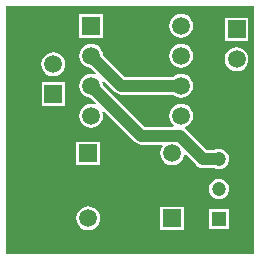
<source format=gbl>
G04 Layer_Physical_Order=2*
G04 Layer_Color=16711680*
%FSLAX44Y44*%
%MOMM*%
G71*
G01*
G75*
%ADD13C,1.0000*%
%ADD16R,1.5000X1.5000*%
%ADD17C,1.5000*%
%ADD18R,1.2000X1.2000*%
%ADD19C,1.2000*%
%ADD20R,1.5000X1.5000*%
G36*
X215000Y5000D02*
X5000D01*
Y215000D01*
X215000D01*
Y5000D01*
D02*
G37*
%LPC*%
G36*
X86940Y208140D02*
X66860D01*
Y188060D01*
X86940D01*
Y208140D01*
D02*
G37*
G36*
X153100Y208227D02*
X150479Y207882D01*
X148037Y206870D01*
X145939Y205261D01*
X144330Y203163D01*
X143318Y200721D01*
X142973Y198100D01*
X143318Y195479D01*
X144330Y193037D01*
X145939Y190939D01*
X148037Y189330D01*
X150479Y188318D01*
X153100Y187973D01*
X155721Y188318D01*
X158163Y189330D01*
X160261Y190939D01*
X161870Y193037D01*
X162882Y195479D01*
X163227Y198100D01*
X162882Y200721D01*
X161870Y203163D01*
X160261Y205261D01*
X158163Y206870D01*
X155721Y207882D01*
X153100Y208227D01*
D02*
G37*
G36*
X210040Y205040D02*
X189960D01*
Y184960D01*
X210040D01*
Y205040D01*
D02*
G37*
G36*
X153100Y182827D02*
X150479Y182482D01*
X148037Y181470D01*
X145939Y179861D01*
X144330Y177763D01*
X143318Y175321D01*
X142973Y172700D01*
X143318Y170079D01*
X144330Y167637D01*
X145939Y165539D01*
X148037Y163930D01*
X150479Y162918D01*
X153100Y162573D01*
X155721Y162918D01*
X158163Y163930D01*
X160261Y165539D01*
X161870Y167637D01*
X162882Y170079D01*
X163227Y172700D01*
X162882Y175321D01*
X161870Y177763D01*
X160261Y179861D01*
X158163Y181470D01*
X155721Y182482D01*
X153100Y182827D01*
D02*
G37*
G36*
X200000Y179727D02*
X197379Y179382D01*
X194937Y178370D01*
X192839Y176761D01*
X191230Y174663D01*
X190218Y172221D01*
X189873Y169600D01*
X190218Y166979D01*
X191230Y164537D01*
X192839Y162439D01*
X194937Y160830D01*
X197379Y159818D01*
X200000Y159473D01*
X202621Y159818D01*
X205063Y160830D01*
X207161Y162439D01*
X208770Y164537D01*
X209782Y166979D01*
X210127Y169600D01*
X209782Y172221D01*
X208770Y174663D01*
X207161Y176761D01*
X205063Y178370D01*
X202621Y179382D01*
X200000Y179727D01*
D02*
G37*
G36*
X76900Y182827D02*
X74279Y182482D01*
X71837Y181470D01*
X69739Y179861D01*
X68130Y177763D01*
X67118Y175321D01*
X66773Y172700D01*
X67118Y170079D01*
X68130Y167637D01*
X69739Y165539D01*
X71837Y163930D01*
X74279Y162918D01*
X76176Y162669D01*
X81002Y157843D01*
X80283Y156766D01*
X79521Y157082D01*
X76900Y157427D01*
X74279Y157082D01*
X71837Y156070D01*
X69739Y154461D01*
X68130Y152363D01*
X67118Y149921D01*
X66773Y147300D01*
X67118Y144679D01*
X68130Y142237D01*
X69739Y140139D01*
X71837Y138530D01*
X74279Y137518D01*
X76176Y137269D01*
X81002Y132443D01*
X80283Y131366D01*
X79521Y131682D01*
X76900Y132027D01*
X74279Y131682D01*
X71837Y130670D01*
X69739Y129061D01*
X68130Y126963D01*
X67118Y124521D01*
X66773Y121900D01*
X67118Y119279D01*
X68130Y116837D01*
X69739Y114739D01*
X71837Y113130D01*
X74279Y112118D01*
X76900Y111773D01*
X79521Y112118D01*
X81963Y113130D01*
X84061Y114739D01*
X85670Y116837D01*
X86682Y119279D01*
X87027Y121900D01*
X86682Y124521D01*
X86366Y125283D01*
X87443Y126002D01*
X113782Y99662D01*
X115358Y98454D01*
X117192Y97694D01*
X119160Y97435D01*
X136949D01*
X137575Y96165D01*
X136730Y95063D01*
X135718Y92621D01*
X135373Y90000D01*
X135718Y87379D01*
X136730Y84937D01*
X138339Y82839D01*
X140437Y81230D01*
X142879Y80218D01*
X145500Y79873D01*
X148121Y80218D01*
X150563Y81230D01*
X152661Y82839D01*
X154270Y84937D01*
X155282Y87379D01*
X155463Y88756D01*
X156804Y89211D01*
X165992Y80022D01*
X167567Y78814D01*
X169401Y78054D01*
X171370Y77795D01*
X181044D01*
X182771Y77080D01*
X185000Y76786D01*
X187229Y77080D01*
X189307Y77940D01*
X191091Y79309D01*
X192460Y81093D01*
X193320Y83171D01*
X193614Y85400D01*
X193320Y87629D01*
X192460Y89707D01*
X191091Y91491D01*
X189307Y92860D01*
X187229Y93720D01*
X185000Y94014D01*
X182771Y93720D01*
X181044Y93005D01*
X174520D01*
X157107Y110418D01*
X156345Y111002D01*
X156537Y112456D01*
X158163Y113130D01*
X160261Y114739D01*
X161870Y116837D01*
X162882Y119279D01*
X163227Y121900D01*
X162882Y124521D01*
X161870Y126963D01*
X160261Y129061D01*
X158163Y130670D01*
X155721Y131682D01*
X153100Y132027D01*
X150479Y131682D01*
X148037Y130670D01*
X145939Y129061D01*
X144330Y126963D01*
X143318Y124521D01*
X142973Y121900D01*
X143318Y119279D01*
X144330Y116837D01*
X145939Y114739D01*
X147014Y113915D01*
X146582Y112645D01*
X122310D01*
X86931Y148024D01*
X86682Y149921D01*
X86366Y150683D01*
X87443Y151402D01*
X96922Y141922D01*
X98497Y140714D01*
X100332Y139954D01*
X102300Y139695D01*
X146519D01*
X148037Y138530D01*
X150479Y137518D01*
X153100Y137173D01*
X155721Y137518D01*
X158163Y138530D01*
X160261Y140139D01*
X161870Y142237D01*
X162882Y144679D01*
X163227Y147300D01*
X162882Y149921D01*
X161870Y152363D01*
X160261Y154461D01*
X158163Y156070D01*
X155721Y157082D01*
X153100Y157427D01*
X150479Y157082D01*
X148037Y156070D01*
X146519Y154905D01*
X105450D01*
X86931Y173424D01*
X86682Y175321D01*
X85670Y177763D01*
X84061Y179861D01*
X81963Y181470D01*
X79521Y182482D01*
X76900Y182827D01*
D02*
G37*
G36*
X45000Y175527D02*
X42379Y175182D01*
X39937Y174170D01*
X37839Y172561D01*
X36230Y170463D01*
X35218Y168021D01*
X34873Y165400D01*
X35218Y162779D01*
X36230Y160337D01*
X37839Y158239D01*
X39937Y156630D01*
X42379Y155618D01*
X45000Y155273D01*
X47621Y155618D01*
X50063Y156630D01*
X52161Y158239D01*
X53770Y160337D01*
X54782Y162779D01*
X55127Y165400D01*
X54782Y168021D01*
X53770Y170463D01*
X52161Y172561D01*
X50063Y174170D01*
X47621Y175182D01*
X45000Y175527D01*
D02*
G37*
G36*
X55040Y150040D02*
X34960D01*
Y129960D01*
X55040D01*
Y150040D01*
D02*
G37*
G36*
X84540Y100040D02*
X64460D01*
Y79960D01*
X84540D01*
Y100040D01*
D02*
G37*
G36*
X185000Y68614D02*
X182771Y68320D01*
X180693Y67460D01*
X178909Y66091D01*
X177540Y64307D01*
X176680Y62229D01*
X176386Y60000D01*
X176680Y57771D01*
X177540Y55693D01*
X178909Y53909D01*
X180693Y52540D01*
X182771Y51680D01*
X185000Y51386D01*
X187229Y51680D01*
X189307Y52540D01*
X191091Y53909D01*
X192460Y55693D01*
X193320Y57771D01*
X193614Y60000D01*
X193320Y62229D01*
X192460Y64307D01*
X191091Y66091D01*
X189307Y67460D01*
X187229Y68320D01*
X185000Y68614D01*
D02*
G37*
G36*
X193540Y43140D02*
X176460D01*
Y26060D01*
X193540D01*
Y43140D01*
D02*
G37*
G36*
X155540Y45040D02*
X135460D01*
Y24960D01*
X155540D01*
Y45040D01*
D02*
G37*
G36*
X74500Y45127D02*
X71879Y44782D01*
X69437Y43770D01*
X67339Y42161D01*
X65730Y40063D01*
X64718Y37621D01*
X64373Y35000D01*
X64718Y32379D01*
X65730Y29937D01*
X67339Y27839D01*
X69437Y26230D01*
X71879Y25218D01*
X74500Y24873D01*
X77121Y25218D01*
X79563Y26230D01*
X81661Y27839D01*
X83270Y29937D01*
X84282Y32379D01*
X84627Y35000D01*
X84282Y37621D01*
X83270Y40063D01*
X81661Y42161D01*
X79563Y43770D01*
X77121Y44782D01*
X74500Y45127D01*
D02*
G37*
%LPD*%
D13*
X102300Y147300D02*
X153100D01*
X76900Y172700D02*
X102300Y147300D01*
X171370Y85400D02*
X185000D01*
X151730Y105040D02*
X171370Y85400D01*
X119160Y105040D02*
X151730D01*
X76900Y147300D02*
X119160Y105040D01*
D16*
X145500Y35000D02*
D03*
X74500Y90000D02*
D03*
X76900Y198100D02*
D03*
D17*
X74500Y35000D02*
D03*
X145500Y90000D02*
D03*
X76900Y172700D02*
D03*
Y147300D02*
D03*
Y121900D02*
D03*
X153100Y198100D02*
D03*
Y172700D02*
D03*
Y147300D02*
D03*
Y121900D02*
D03*
X200000Y169600D02*
D03*
X45000Y165400D02*
D03*
D18*
X185000Y34600D02*
D03*
D19*
Y60000D02*
D03*
Y85400D02*
D03*
D20*
X200000Y195000D02*
D03*
X45000Y140000D02*
D03*
M02*

</source>
